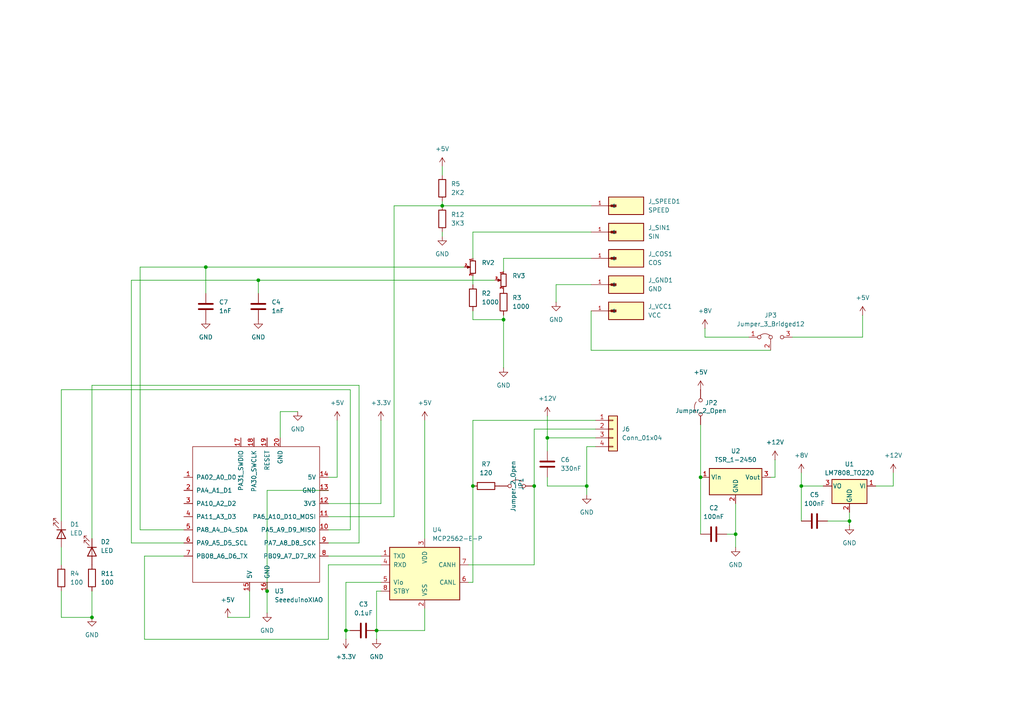
<source format=kicad_sch>
(kicad_sch (version 20250114) (generator "eeschema") (generator_version "9.0")
  (paper "A4")
  (lib_symbols
    (symbol "1267:1267" (pin_names (offset 1.016))
      (property "Reference" "J" (at -5.08 3.302 0))
      (property "Value" "1267" (at -5.08 -5.08 0))
      (symbol "1267_0_0"
        (polyline (pts (xy -5.08 0) (xy -3.175 0)) (stroke (width 0.254)))
        (rectangle (start -5.08 -2.54) (end 5.08 2.54) (stroke (width 0.254)) (fill (type background)))
        (rectangle (start -4.445 -0.3175) (end -2.8575 0.3175) (stroke (width 0.1)) (fill (type outline)))
        (pin passive line (at -10.16 0 0) (length 5.08) (name "1") (number "1"))
      )
    )
    (symbol "Connector_Generic:Conn_01x04" (pin_names (offset 1.016) (hide yes))
      (property "Reference" "J" (at 0 5.08 0))
      (property "Value" "Conn_01x04" (at 0 -7.62 0))
      (symbol "Conn_01x04_1_1"
        (rectangle (start -1.27 3.81) (end 1.27 -6.35) (stroke (width 0.254)) (fill (type background)))
        (rectangle (start -1.27 2.667) (end 0 2.413) (stroke (width 0.1524)))
        (rectangle (start -1.27 0.127) (end 0 -0.127) (stroke (width 0.1524)))
        (rectangle (start -1.27 -2.413) (end 0 -2.667) (stroke (width 0.1524)))
        (rectangle (start -1.27 -4.953) (end 0 -5.207) (stroke (width 0.1524)))
        (pin passive line (at -5.08 2.54 0) (length 3.81) (name "Pin_1") (number "1"))
        (pin passive line (at -5.08 0 0) (length 3.81) (name "Pin_2") (number "2"))
        (pin passive line (at -5.08 -2.54 0) (length 3.81) (name "Pin_3") (number "3"))
        (pin passive line (at -5.08 -5.08 0) (length 3.81) (name "Pin_4") (number "4"))
      )
    )
    (symbol "Device:C" (pin_numbers (hide yes)) (pin_names (offset 0.254))
      (property "Reference" "C" (at 0.635 2.54 0))
      (property "Value" "C" (at 0.635 -2.54 0))
      (symbol "C_0_1"
        (polyline (pts (xy -2.032 0.762) (xy 2.032 0.762)) (stroke (width 0.508)))
        (polyline (pts (xy -2.032 -0.762) (xy 2.032 -0.762)) (stroke (width 0.508)))
      )
      (symbol "C_1_1"
        (pin passive line (at 0 3.81 270) (length 2.794) (name "~") (number "1"))
        (pin passive line (at 0 -3.81 90) (length 2.794) (name "~") (number "2"))
      )
    )
    (symbol "Device:LED" (pin_numbers (hide yes)) (pin_names (offset 1.016) (hide yes))
      (property "Reference" "D" (at 0 2.54 0))
      (property "Value" "LED" (at 0 -2.54 0))
      (symbol "LED_0_1"
        (polyline (pts (xy -3.048 -0.762) (xy -4.572 -2.286) (xy -3.81 -2.286) (xy -4.572 -2.286) (xy -4.572 -1.524)))
        (polyline (pts (xy -1.778 -0.762) (xy -3.302 -2.286) (xy -2.54 -2.286) (xy -3.302 -2.286) (xy -3.302 -1.524)))
        (polyline (pts (xy -1.27 0) (xy 1.27 0)))
        (polyline (pts (xy -1.27 -1.27) (xy -1.27 1.27)) (stroke (width 0.254)))
        (polyline (pts (xy 1.27 -1.27) (xy 1.27 1.27) (xy -1.27 0) (xy 1.27 -1.27)) (stroke (width 0.254)))
      )
      (symbol "LED_1_1"
        (pin passive line (at -3.81 0 0) (length 2.54) (name "K") (number "1"))
        (pin passive line (at 3.81 0 180) (length 2.54) (name "A") (number "2"))
      )
    )
    (symbol "Device:R" (pin_numbers (hide yes)) (pin_names (offset 0))
      (property "Reference" "R" (at 2.032 0 90))
      (property "Value" "R" (at 0 0 90))
      (symbol "R_0_1"
        (rectangle (start -1.016 -2.54) (end 1.016 2.54) (stroke (width 0.254)))
      )
      (symbol "R_1_1"
        (pin passive line (at 0 3.81 270) (length 1.27) (name "~") (number "1"))
        (pin passive line (at 0 -3.81 90) (length 1.27) (name "~") (number "2"))
      )
    )
    (symbol "Device:R_Potentiometer_Small" (pin_names (offset 1.016) (hide yes))
      (property "Reference" "RV" (at -4.445 0 90))
      (property "Value" "R_Potentiometer_Small" (at -2.54 0 90))
      (symbol "R_Potentiometer_Small_0_1"
        (rectangle (start 0.762 1.8034) (end -0.762 -1.8034) (stroke (width 0.254)))
        (polyline (pts (xy 0.889 0) (xy 0.635 0) (xy 1.651 0.381) (xy 1.651 -0.381) (xy 0.635 0) (xy 0.889 0)) (fill (type outline)))
      )
      (symbol "R_Potentiometer_Small_1_1"
        (pin passive line (at 0 2.54 270) (length 0.635) (name "1") (number "1"))
        (pin passive line (at 0 -2.54 90) (length 0.635) (name "3") (number "3"))
        (pin passive line (at 2.54 0 180) (length 0.9906) (name "2") (number "2"))
      )
    )
    (symbol "Interface_CAN_LIN:MCP2562-E-P" (pin_names (offset 1.016))
      (property "Reference" "U" (at -10.16 8.89 0))
      (property "Value" "MCP2562-E-P" (at 2.54 8.89 0))
      (symbol "MCP2562-E-P_0_1"
        (rectangle (start -10.16 7.62) (end 10.16 -7.62) (stroke (width 0.254)) (fill (type background)))
      )
      (symbol "MCP2562-E-P_1_1"
        (pin input line (at -12.7 5.08 0) (length 2.54) (name "TXD") (number "1"))
        (pin output line (at -12.7 2.54 0) (length 2.54) (name "RXD") (number "4"))
        (pin power_in line (at -12.7 -2.54 0) (length 2.54) (name "Vio") (number "5"))
        (pin input line (at -12.7 -5.08 0) (length 2.54) (name "STBY") (number "8"))
        (pin power_in line (at 0 10.16 270) (length 2.54) (name "VDD") (number "3"))
        (pin power_in line (at 0 -10.16 90) (length 2.54) (name "VSS") (number "2"))
        (pin bidirectional line (at 12.7 2.54 180) (length 2.54) (name "CANH") (number "7"))
        (pin bidirectional line (at 12.7 -2.54 180) (length 2.54) (name "CANL") (number "6"))
      )
    )
    (symbol "Jumper:Jumper_2_Open" (pin_numbers (hide yes)) (pin_names (offset 0) (hide yes)) (exclude_from_sim yes)
      (property "Reference" "JP" (at 0 2.794 0))
      (property "Value" "Jumper_2_Open" (at 0 -2.286 0))
      (symbol "Jumper_2_Open_0_0"
        (circle (center -2.032 0) (radius 0.508))
        (circle (center 2.032 0) (radius 0.508))
      )
      (symbol "Jumper_2_Open_0_1"
        (arc (start -1.524 1.27) (mid 0 1.778) (end 1.524 1.27))
      )
      (symbol "Jumper_2_Open_1_1"
        (pin passive line (at -5.08 0 0) (length 2.54) (name "A") (number "1"))
        (pin passive line (at 5.08 0 180) (length 2.54) (name "B") (number "2"))
      )
    )
    (symbol "Jumper:Jumper_3_Bridged12" (pin_names (offset 0) (hide yes)) (exclude_from_sim yes) (in_bom no)
      (property "Reference" "JP" (at -2.54 -2.54 0))
      (property "Value" "Jumper_3_Bridged12" (at 0 2.794 0))
      (symbol "Jumper_3_Bridged12_0_0"
        (circle (center -3.302 0) (radius 0.508))
        (circle (center 0 0) (radius 0.508))
        (circle (center 3.302 0) (radius 0.508))
      )
      (symbol "Jumper_3_Bridged12_0_1"
        (arc (start -3.048 0.508) (mid -1.651 0.9912) (end -0.254 0.508))
        (polyline (pts (xy 0 -1.27) (xy 0 -0.508)))
      )
      (symbol "Jumper_3_Bridged12_1_1"
        (pin passive line (at -6.35 0 0) (length 2.54) (name "A") (number "1"))
        (pin passive line (at 0 -3.81 90) (length 2.54) (name "C") (number "2"))
        (pin passive line (at 6.35 0 180) (length 2.54) (name "B") (number "3"))
      )
    )
    (symbol "Regulator_Linear:LM7808_TO220" (pin_names (offset 0.254))
      (property "Reference" "U" (at -3.81 3.175 0))
      (property "Value" "LM7808_TO220" (at 0 3.175 0))
      (symbol "LM7808_TO220_0_1"
        (rectangle (start -5.08 1.905) (end 5.08 -5.08) (stroke (width 0.254)) (fill (type background)))
      )
      (symbol "LM7808_TO220_1_1"
        (pin power_in line (at -7.62 0 0) (length 2.54) (name "VI") (number "1"))
        (pin power_in line (at 0 -7.62 90) (length 2.54) (name "GND") (number "2"))
        (pin power_out line (at 7.62 0 180) (length 2.54) (name "VO") (number "3"))
      )
    )
    (symbol "Regulator_Switching:TSR_1-2450"
      (property "Reference" "U" (at -7.62 6.35 0))
      (property "Value" "TSR_1-2450" (at -1.27 6.35 0))
      (symbol "TSR_1-2450_0_1"
        (rectangle (start -7.62 5.08) (end 7.62 -2.54) (stroke (width 0.254)) (fill (type background)))
      )
      (symbol "TSR_1-2450_1_1"
        (pin power_in line (at -10.16 2.54 0) (length 2.54) (name "Vin") (number "1"))
        (pin power_in line (at 0 -5.08 90) (length 2.54) (name "GND") (number "2"))
        (pin power_out line (at 10.16 2.54 180) (length 2.54) (name "Vout") (number "3"))
      )
    )
    (symbol "Seeduino:SeeeduinoXIAO" (pin_names (offset 1.016))
      (property "Reference" "U" (at -19.05 22.86 0))
      (property "Value" "SeeeduinoXIAO" (at -12.7 21.59 0))
      (symbol "SeeeduinoXIAO_0_1"
        (rectangle (start -19.05 20.32) (end 17.78 -19.05))
      )
      (symbol "SeeeduinoXIAO_1_1"
        (pin unspecified line (at -21.59 11.43 0) (length 2.54) (name "PA02_A0_D0") (number "1"))
        (pin unspecified line (at -21.59 7.62 0) (length 2.54) (name "PA4_A1_D1") (number "2"))
        (pin unspecified line (at -21.59 3.81 0) (length 2.54) (name "PA10_A2_D2") (number "3"))
        (pin unspecified line (at -21.59 0 0) (length 2.54) (name "PA11_A3_D3") (number "4"))
        (pin unspecified line (at -21.59 -3.81 0) (length 2.54) (name "PA8_A4_D4_SDA") (number "5"))
        (pin unspecified line (at -21.59 -7.62 0) (length 2.54) (name "PA9_A5_D5_SCL") (number "6"))
        (pin unspecified line (at -21.59 -11.43 0) (length 2.54) (name "PB08_A6_D6_TX") (number "7"))
        (pin input line (at -5.08 22.86 270) (length 2.54) (name "PA31_SWDIO") (number "17"))
        (pin input line (at -2.54 -21.59 90) (length 2.54) (name "5V") (number "15"))
        (pin input line (at -1.27 22.86 270) (length 2.54) (name "PA30_SWCLK") (number "18"))
        (pin input line (at 2.54 22.86 270) (length 2.54) (name "RESET") (number "19"))
        (pin input line (at 2.54 -21.59 90) (length 2.54) (name "GND") (number "16"))
        (pin input line (at 6.35 22.86 270) (length 2.54) (name "GND") (number "20"))
        (pin unspecified line (at 20.32 11.43 180) (length 2.54) (name "5V") (number "14"))
        (pin unspecified line (at 20.32 7.62 180) (length 2.54) (name "GND") (number "13"))
        (pin unspecified line (at 20.32 3.81 180) (length 2.54) (name "3V3") (number "12"))
        (pin unspecified line (at 20.32 0 180) (length 2.54) (name "PA6_A10_D10_MOSI") (number "11"))
        (pin unspecified line (at 20.32 -3.81 180) (length 2.54) (name "PA5_A9_D9_MISO") (number "10"))
        (pin unspecified line (at 20.32 -7.62 180) (length 2.54) (name "PA7_A8_D8_SCK") (number "9"))
        (pin unspecified line (at 20.32 -11.43 180) (length 2.54) (name "PB09_A7_D7_RX") (number "8"))
      )
    )
    (symbol "power:+12V" (power) (pin_numbers (hide yes)) (pin_names (offset 0) (hide yes))
      (property "Value" "+12V" (at 0 3.556 0))
      (symbol "+12V_0_1"
        (polyline (pts (xy -0.762 1.27) (xy 0 2.54)))
        (polyline (pts (xy 0 2.54) (xy 0.762 1.27)))
        (polyline (pts (xy 0 0) (xy 0 2.54)))
      )
      (symbol "+12V_1_1"
        (pin power_in line (at 0 0 90) (length 0) (name "~") (number "1"))
      )
    )
    (symbol "power:+3.3V" (power) (pin_numbers (hide yes)) (pin_names (offset 0) (hide yes))
      (property "Value" "+3.3V" (at 0 3.556 0))
      (symbol "+3.3V_0_1"
        (polyline (pts (xy -0.762 1.27) (xy 0 2.54)))
        (polyline (pts (xy 0 2.54) (xy 0.762 1.27)))
        (polyline (pts (xy 0 0) (xy 0 2.54)))
      )
      (symbol "+3.3V_1_1"
        (pin power_in line (at 0 0 90) (length 0) (name "~") (number "1"))
      )
    )
    (symbol "power:+5V" (power) (pin_numbers (hide yes)) (pin_names (offset 0) (hide yes))
      (property "Value" "+5V" (at 0 3.556 0))
      (symbol "+5V_0_1"
        (polyline (pts (xy -0.762 1.27) (xy 0 2.54)))
        (polyline (pts (xy 0 2.54) (xy 0.762 1.27)))
        (polyline (pts (xy 0 0) (xy 0 2.54)))
      )
      (symbol "+5V_1_1"
        (pin power_in line (at 0 0 90) (length 0) (name "~") (number "1"))
      )
    )
    (symbol "power:+8V" (power) (pin_numbers (hide yes)) (pin_names (offset 0) (hide yes))
      (property "Value" "+8V" (at 0 3.556 0))
      (symbol "+8V_0_1"
        (polyline (pts (xy -0.762 1.27) (xy 0 2.54)))
        (polyline (pts (xy 0 2.54) (xy 0.762 1.27)))
        (polyline (pts (xy 0 0) (xy 0 2.54)))
      )
      (symbol "+8V_1_1"
        (pin power_in line (at 0 0 90) (length 0) (name "~") (number "1"))
      )
    )
    (symbol "power:GND" (power) (pin_numbers (hide yes)) (pin_names (offset 0) (hide yes))
      (property "Value" "GND" (at 0 -3.81 0))
      (symbol "GND_0_1"
        (polyline (pts (xy 0 0) (xy 0 -1.27) (xy 1.27 -1.27) (xy 0 -2.54) (xy -1.27 -1.27) (xy 0 -1.27)))
      )
      (symbol "GND_1_1"
        (pin power_in line (at 0 0 270) (length 0) (name "~") (number "1"))
      )
    )
  )
  (junction (at 74.93 81.28))
  (junction (at 146.05 92.71))
  (junction (at 128.27 59.69))
  (junction (at 213.36 154.94))
  (junction (at 109.22 182.88))
  (junction (at 246.38 151.13))
  (junction (at 26.67 179.07))
  (junction (at 100.33 182.88))
  (junction (at 137.16 140.97))
  (junction (at 77.47 171.45))
  (junction (at 59.69 77.47))
  (junction (at 170.18 140.97))
  (junction (at 232.41 140.97))
  (junction (at 158.75 127))
  (junction (at 154.94 140.97))
  (junction (at 203.2 138.43))
  (wire (pts (xy 41.91 185.42) (xy 95.25 185.42)))
  (wire (pts (xy 154.94 124.46) (xy 172.72 124.46)))
  (wire (pts (xy 110.49 121.92) (xy 110.49 146.05)))
  (wire (pts (xy 146.05 91.44) (xy 146.05 92.71)))
  (wire (pts (xy 137.16 90.17) (xy 137.16 92.71)))
  (wire (pts (xy 123.19 121.92) (xy 123.19 156.21)))
  (wire (pts (xy 137.16 121.92) (xy 172.72 121.92)))
  (wire (pts (xy 158.75 140.97) (xy 170.18 140.97)))
  (wire (pts (xy 95.25 138.43) (xy 97.79 138.43)))
  (wire (pts (xy 100.33 182.88) (xy 101.6 182.88)))
  (wire (pts (xy 95.25 149.86) (xy 114.3 149.86)))
  (wire (pts (xy 137.16 67.31) (xy 137.16 74.93)))
  (wire (pts (xy 246.38 151.13) (xy 246.38 152.4)))
  (wire (pts (xy 203.2 123.19) (xy 203.2 138.43)))
  (wire (pts (xy 161.29 82.55) (xy 171.45 82.55)))
  (wire (pts (xy 224.79 138.43) (xy 224.79 133.35)))
  (wire (pts (xy 158.75 138.43) (xy 158.75 140.97)))
  (wire (pts (xy 137.16 121.92) (xy 137.16 140.97)))
  (wire (pts (xy 74.93 81.28) (xy 74.93 85.09)))
  (wire (pts (xy 77.47 142.24) (xy 95.25 142.24)))
  (wire (pts (xy 171.45 67.31) (xy 137.16 67.31)))
  (wire (pts (xy 254 140.97) (xy 259.08 140.97)))
  (wire (pts (xy 154.94 124.46) (xy 154.94 140.97)))
  (wire (pts (xy 158.75 127) (xy 158.75 130.81)))
  (wire (pts (xy 109.22 182.88) (xy 109.22 185.42)))
  (wire (pts (xy 114.3 59.69) (xy 114.3 149.86)))
  (wire (pts (xy 77.47 171.45) (xy 77.47 177.8)))
  (wire (pts (xy 223.52 138.43) (xy 224.79 138.43)))
  (wire (pts (xy 81.28 119.38) (xy 86.36 119.38)))
  (wire (pts (xy 17.78 158.75) (xy 17.78 163.83)))
  (wire (pts (xy 97.79 121.92) (xy 97.79 138.43)))
  (wire (pts (xy 41.91 161.29) (xy 41.91 185.42)))
  (wire (pts (xy 171.45 101.6) (xy 223.52 101.6)))
  (wire (pts (xy 17.78 171.45) (xy 17.78 179.07)))
  (wire (pts (xy 109.22 171.45) (xy 110.49 171.45)))
  (wire (pts (xy 72.39 179.07) (xy 66.04 179.07)))
  (wire (pts (xy 128.27 67.31) (xy 128.27 68.58)))
  (wire (pts (xy 137.16 80.01) (xy 137.16 82.55)))
  (wire (pts (xy 40.64 77.47) (xy 59.69 77.47)))
  (wire (pts (xy 17.78 113.03) (xy 17.78 151.13)))
  (wire (pts (xy 41.91 161.29) (xy 53.34 161.29)))
  (wire (pts (xy 250.19 97.79) (xy 250.19 91.44)))
  (wire (pts (xy 128.27 59.69) (xy 171.45 59.69)))
  (wire (pts (xy 77.47 142.24) (xy 77.47 171.45)))
  (wire (pts (xy 137.16 92.71) (xy 146.05 92.71)))
  (wire (pts (xy 158.75 127) (xy 172.72 127)))
  (wire (pts (xy 81.28 127) (xy 81.28 119.38)))
  (wire (pts (xy 104.14 111.76) (xy 26.67 111.76)))
  (wire (pts (xy 53.34 153.67) (xy 40.64 153.67)))
  (wire (pts (xy 213.36 146.05) (xy 213.36 154.94)))
  (wire (pts (xy 100.33 168.91) (xy 110.49 168.91)))
  (wire (pts (xy 101.6 113.03) (xy 17.78 113.03)))
  (wire (pts (xy 114.3 59.69) (xy 128.27 59.69)))
  (wire (pts (xy 135.89 163.83) (xy 154.94 163.83)))
  (wire (pts (xy 128.27 48.26) (xy 128.27 50.8)))
  (wire (pts (xy 259.08 137.16) (xy 259.08 140.97)))
  (wire (pts (xy 128.27 59.69) (xy 128.27 58.42)))
  (wire (pts (xy 232.41 140.97) (xy 232.41 151.13)))
  (wire (pts (xy 100.33 168.91) (xy 100.33 182.88)))
  (wire (pts (xy 101.6 153.67) (xy 101.6 113.03)))
  (wire (pts (xy 59.69 77.47) (xy 59.69 85.09)))
  (wire (pts (xy 123.19 182.88) (xy 123.19 176.53)))
  (wire (pts (xy 170.18 129.54) (xy 170.18 140.97)))
  (wire (pts (xy 95.25 157.48) (xy 104.14 157.48)))
  (wire (pts (xy 72.39 171.45) (xy 72.39 179.07)))
  (wire (pts (xy 204.47 95.25) (xy 204.47 97.79)))
  (wire (pts (xy 104.14 157.48) (xy 104.14 111.76)))
  (wire (pts (xy 26.67 179.07) (xy 26.67 171.45)))
  (wire (pts (xy 240.03 151.13) (xy 246.38 151.13)))
  (wire (pts (xy 154.94 140.97) (xy 154.94 163.83)))
  (wire (pts (xy 246.38 148.59) (xy 246.38 151.13)))
  (wire (pts (xy 137.16 168.91) (xy 135.89 168.91)))
  (wire (pts (xy 95.25 146.05) (xy 110.49 146.05)))
  (wire (pts (xy 109.22 171.45) (xy 109.22 182.88)))
  (wire (pts (xy 40.64 77.47) (xy 40.64 153.67)))
  (wire (pts (xy 38.1 157.48) (xy 38.1 81.28)))
  (wire (pts (xy 146.05 78.74) (xy 146.05 74.93)))
  (wire (pts (xy 229.87 97.79) (xy 250.19 97.79)))
  (wire (pts (xy 137.16 140.97) (xy 137.16 168.91)))
  (wire (pts (xy 210.82 154.94) (xy 213.36 154.94)))
  (wire (pts (xy 26.67 111.76) (xy 26.67 156.21)))
  (wire (pts (xy 95.25 185.42) (xy 95.25 163.83)))
  (wire (pts (xy 95.25 153.67) (xy 101.6 153.67)))
  (wire (pts (xy 59.69 77.47) (xy 134.62 77.47)))
  (wire (pts (xy 213.36 154.94) (xy 213.36 158.75)))
  (wire (pts (xy 171.45 101.6) (xy 171.45 90.17)))
  (wire (pts (xy 38.1 81.28) (xy 74.93 81.28)))
  (wire (pts (xy 146.05 92.71) (xy 146.05 106.68)))
  (wire (pts (xy 109.22 182.88) (xy 123.19 182.88)))
  (wire (pts (xy 204.47 97.79) (xy 217.17 97.79)))
  (wire (pts (xy 232.41 140.97) (xy 238.76 140.97)))
  (wire (pts (xy 95.25 163.83) (xy 110.49 163.83)))
  (wire (pts (xy 146.05 74.93) (xy 171.45 74.93)))
  (wire (pts (xy 232.41 137.16) (xy 232.41 140.97)))
  (wire (pts (xy 172.72 129.54) (xy 170.18 129.54)))
  (wire (pts (xy 161.29 87.63) (xy 161.29 82.55)))
  (wire (pts (xy 158.75 127) (xy 158.75 120.65)))
  (wire (pts (xy 100.33 182.88) (xy 100.33 185.42)))
  (wire (pts (xy 74.93 81.28) (xy 143.51 81.28)))
  (wire (pts (xy 17.78 179.07) (xy 26.67 179.07)))
  (wire (pts (xy 95.25 161.29) (xy 110.49 161.29)))
  (wire (pts (xy 203.2 138.43) (xy 203.2 154.94)))
  (wire (pts (xy 170.18 140.97) (xy 170.18 143.51)))
  (wire (pts (xy 53.34 157.48) (xy 38.1 157.48)))
  (symbol (lib_id "Jumper:Jumper_2_Open") (at 203.2 118.11 90) (unit 1) (exclude_from_sim yes)
    (property "Reference" "JP2" (at 204.47 116.8399 90) (effects (justify right)))
    (property "Value" "Jumper_2_Open" (at 195.834 119.126 90) (effects (justify right)))
    (property "Footprint" "Connector_PinHeader_2.54mm:PinHeader_1x02_P2.54mm_Vertical" (effects (hide yes)))
    (property "Description" "Jumper, 2-pole, open" (effects (hide yes)))
  )
  (symbol (lib_id "power:GND") (at 109.22 185.42 0) (unit 1)
    (property "Reference" "#PWR016" (effects (hide yes)))
    (property "Value" "GND" (at 109.22 190.5 0))
    (property "Description" "Power symbol creates a global label with name \"GND\" , ground" (effects (hide yes)))
  )
  (symbol (lib_id "Device:R") (at 17.78 167.64 0) (unit 1)
    (property "Reference" "R4" (at 20.32 166.3699 0) (effects (justify left)))
    (property "Value" "100" (at 20.32 168.9099 0) (effects (justify left)))
    (property "Footprint" "Resistor_THT:R_Axial_DIN0204_L3.6mm_D1.6mm_P7.62mm_Horizontal" (effects (hide yes)))
    (property "Description" "Resistor" (effects (hide yes)))
  )
  (symbol (lib_id "Device:R") (at 140.97 140.97 90) (mirror x) (unit 1)
    (property "Reference" "R7" (at 140.97 134.62 90))
    (property "Value" "120" (at 140.97 137.16 90))
    (property "Footprint" "Resistor_THT:R_Axial_DIN0204_L3.6mm_D1.6mm_P7.62mm_Horizontal" (effects (hide yes)))
    (property "Description" "Resistor" (effects (hide yes)))
  )
  (symbol (lib_id "Seeduino:SeeeduinoXIAO") (at 74.93 149.86 0) (unit 1)
    (property "Reference" "U3" (at 79.6133 171.45 0) (effects (justify left)))
    (property "Value" "SeeeduinoXIAO" (at 79.6133 173.99 0) (effects (justify left)))
    (property "Footprint" "Seeeduino:Seeeduino XIAO-MOUDLE14P-2.54-21X17.8MM_1" (effects (hide yes)))
  )
  (symbol (lib_id "power:GND") (at 170.18 143.51 0) (unit 1)
    (property "Reference" "#PWR04" (effects (hide yes)))
    (property "Value" "GND" (at 170.18 148.59 0))
    (property "Description" "Power symbol creates a global label with name \"GND\" , ground" (effects (hide yes)))
  )
  (symbol (lib_id "Device:LED") (at 17.78 154.94 270) (unit 1)
    (property "Reference" "D1" (at 20.32 152.0824 90) (effects (justify left)))
    (property "Value" "LED" (at 20.32 154.6224 90) (effects (justify left)))
    (property "Footprint" "LED_THT:LED_D3.0mm" (effects (hide yes)))
    (property "Description" "Light emitting diode" (effects (hide yes)))
  )
  (symbol (lib_id "power:+12V") (at 224.79 133.35 0) (unit 1)
    (property "Reference" "#PWR09" (effects (hide yes)))
    (property "Value" "+12V" (at 224.79 128.27 0))
    (property "Description" "Power symbol creates a global label with name \"+12V\"" (effects (hide yes)))
  )
  (symbol (lib_id "power:+5V") (at 123.19 121.92 0) (unit 1)
    (property "Reference" "#PWR017" (effects (hide yes)))
    (property "Value" "+5V" (at 123.19 116.84 0))
    (property "Description" "Power symbol creates a global label with name \"+5V\"" (effects (hide yes)))
  )
  (symbol (lib_id "power:GND") (at 146.05 106.68 0) (unit 1)
    (property "Reference" "#PWR01" (effects (hide yes)))
    (property "Value" "GND" (at 146.05 111.76 0))
    (property "Description" "Power symbol creates a global label with name \"GND\" , ground" (effects (hide yes)))
  )
  (symbol (lib_id "Regulator_Linear:LM7808_TO220") (at 246.38 140.97 0) (mirror y) (unit 1)
    (property "Reference" "U1" (at 246.38 134.62 0))
    (property "Value" "LM7808_TO220" (at 246.38 137.16 0))
    (property "Footprint" "Package_TO_SOT_THT:TO-220-3_Vertical" (effects (hide yes)))
    (property "Datasheet" "https://www.onsemi.cn/PowerSolutions/document/MC7800-D.PDF" (effects (hide yes)))
    (property "Description" "Positive 1A 35V Linear Regulator, Fixed Output 8V, TO-220" (effects (hide yes)))
  )
  (symbol (lib_id "Device:C") (at 158.75 134.62 0) (unit 1)
    (property "Reference" "C6" (at 162.56 133.3499 0) (effects (justify left)))
    (property "Value" "330nF" (at 162.56 135.8899 0) (effects (justify left)))
    (property "Footprint" "Capacitor_THT:C_Disc_D6.0mm_W2.5mm_P5.00mm" (effects (hide yes)))
    (property "Description" "Unpolarized capacitor" (effects (hide yes)))
  )
  (symbol (lib_id "power:+3.3V") (at 100.33 185.42 0) (mirror x) (unit 1)
    (property "Reference" "#PWR015" (effects (hide yes)))
    (property "Value" "+3.3V" (at 100.33 190.5 0))
    (property "Description" "Power symbol creates a global label with name \"+3.3V\"" (effects (hide yes)))
  )
  (symbol (lib_id "power:GND") (at 74.93 92.71 0) (unit 1)
    (property "Reference" "#PWR022" (effects (hide yes)))
    (property "Value" "GND" (at 74.93 97.79 0))
    (property "Description" "Power symbol creates a global label with name \"GND\" , ground" (effects (hide yes)))
  )
  (symbol (lib_id "power:+12V") (at 158.75 120.65 0) (unit 1)
    (property "Reference" "#PWR013" (effects (hide yes)))
    (property "Value" "+12V" (at 158.75 115.57 0))
    (property "Description" "Power symbol creates a global label with name \"+12V\"" (effects (hide yes)))
  )
  (symbol (lib_id "power:+5V") (at 97.79 121.92 0) (unit 1)
    (property "Reference" "#PWR018" (effects (hide yes)))
    (property "Value" "+5V" (at 97.79 116.84 0))
    (property "Description" "Power symbol creates a global label with name \"+5V\"" (effects (hide yes)))
  )
  (symbol (lib_id "power:+8V") (at 204.47 95.25 0) (mirror y) (unit 1)
    (property "Reference" "#PWR019" (effects (hide yes)))
    (property "Value" "+8V" (at 204.47 90.17 0))
    (property "Description" "Power symbol creates a global label with name \"+8V\"" (effects (hide yes)))
  )
  (symbol (lib_id "Device:R_Potentiometer_Small") (at 137.16 77.47 0) (mirror y) (unit 1)
    (property "Reference" "RV2" (at 139.7 76.1999 0) (effects (justify right)))
    (property "Value" "R_Potentiometer_Small" (effects (hide yes)))
    (property "Footprint" "Potentiometer_THT:Potentiometer_Bourns_3296W_Vertical" (effects (hide yes)))
    (property "Description" "Potentiometer" (effects (hide yes)))
  )
  (symbol (lib_id "Device:C") (at 59.69 88.9 0) (unit 1)
    (property "Reference" "C7" (at 63.5 87.6299 0) (effects (justify left)))
    (property "Value" "1nF" (at 63.5 90.1699 0) (effects (justify left)))
    (property "Footprint" "Capacitor_THT:C_Disc_D6.0mm_W2.5mm_P5.00mm" (effects (hide yes)))
    (property "Description" "Unpolarized capacitor" (effects (hide yes)))
  )
  (symbol (lib_id "power:GND") (at 77.47 177.8 0) (unit 1)
    (property "Reference" "#PWR011" (effects (hide yes)))
    (property "Value" "GND" (at 77.47 182.88 0))
    (property "Description" "Power symbol creates a global label with name \"GND\" , ground" (effects (hide yes)))
  )
  (symbol (lib_id "Device:R") (at 137.16 86.36 0) (unit 1)
    (property "Reference" "R2" (at 139.7 85.0899 0) (effects (justify left)))
    (property "Value" "1000" (at 139.7 87.6299 0) (effects (justify left)))
    (property "Footprint" "Resistor_THT:R_Axial_DIN0204_L3.6mm_D1.6mm_P7.62mm_Horizontal" (effects (hide yes)))
    (property "Description" "Resistor" (effects (hide yes)))
  )
  (symbol (lib_id "Jumper:Jumper_2_Open") (at 149.86 140.97 0) (unit 1) (exclude_from_sim yes)
    (property "Reference" "JP1" (at 151.1301 142.24 90) (effects (justify left)))
    (property "Value" "Jumper_2_Open" (at 148.844 133.604 90) (effects (justify right)))
    (property "Footprint" "Connector_PinHeader_2.54mm:PinHeader_1x02_P2.54mm_Vertical" (effects (hide yes)))
    (property "Description" "Jumper, 2-pole, open" (effects (hide yes)))
  )
  (symbol (lib_id "Regulator_Switching:TSR_1-2450") (at 213.36 140.97 0) (unit 1)
    (property "Reference" "U2" (at 213.36 130.81 0))
    (property "Value" "TSR_1-2450" (at 213.36 133.35 0))
    (property "Footprint" "Converter_DCDC:Converter_DCDC_TRACO_TSR-1_THT" (effects (hide yes)))
    (property "Datasheet" "http://www.tracopower.com/products/tsr1.pdf" (effects (hide yes)))
    (property "Description" "1A step-down regulator module, fixed 5V output voltage, 5-36V input voltage, -40°C to +85°C temperature range, TO-220 compatible LM78xx replacement" (effects (hide yes)))
  )
  (symbol (lib_id "1267:1267") (at 181.61 59.69 0) (unit 1)
    (property "Reference" "J_SPEED1" (at 187.96 58.4199 0) (effects (justify left)))
    (property "Value" "SPEED" (at 187.96 60.9599 0) (effects (justify left)))
    (property "Footprint" "Custom:KEYSTONE_1267" (effects (hide yes)))
    (property "PARTREV" "D" (effects (hide yes)))
    (property "SNAPEDA_PN" "1267" (effects (hide yes)))
    (property "MANUFACTURER" "Keystone" (effects (hide yes)))
    (property "MAXIMUM_PACKAGE_HEIGHT" "14.02mm" (effects (hide yes)))
    (property "STANDARD" "Manufacturer Recommendations" (effects (hide yes)))
  )
  (symbol (lib_id "Device:R") (at 26.67 167.64 0) (unit 1)
    (property "Reference" "R11" (at 29.21 166.3699 0) (effects (justify left)))
    (property "Value" "100" (at 29.21 168.9099 0) (effects (justify left)))
    (property "Footprint" "Resistor_THT:R_Axial_DIN0204_L3.6mm_D1.6mm_P7.62mm_Horizontal" (effects (hide yes)))
    (property "Description" "Resistor" (effects (hide yes)))
  )
  (symbol (lib_id "1267:1267") (at 181.61 67.31 0) (unit 1)
    (property "Reference" "J_SIN1" (at 187.96 66.0399 0) (effects (justify left)))
    (property "Value" "SIN" (at 187.96 68.5799 0) (effects (justify left)))
    (property "Footprint" "Custom:KEYSTONE_1267" (effects (hide yes)))
    (property "PARTREV" "D" (effects (hide yes)))
    (property "SNAPEDA_PN" "1267" (effects (hide yes)))
    (property "MANUFACTURER" "Keystone" (effects (hide yes)))
    (property "MAXIMUM_PACKAGE_HEIGHT" "14.02mm" (effects (hide yes)))
    (property "STANDARD" "Manufacturer Recommendations" (effects (hide yes)))
  )
  (symbol (lib_id "power:+3.3V") (at 110.49 121.92 0) (unit 1)
    (property "Reference" "#PWR014" (effects (hide yes)))
    (property "Value" "+3.3V" (at 110.49 116.84 0))
    (property "Description" "Power symbol creates a global label with name \"+3.3V\"" (effects (hide yes)))
  )
  (symbol (lib_id "Jumper:Jumper_3_Bridged12") (at 223.52 97.79 0) (unit 1) (exclude_from_sim yes) (in_bom no)
    (property "Reference" "JP3" (at 223.52 91.44 0))
    (property "Value" "Jumper_3_Bridged12" (at 223.52 93.98 0))
    (property "Footprint" "Connector_PinHeader_2.54mm:PinHeader_1x03_P2.54mm_Vertical" (effects (hide yes)))
    (property "Description" "Jumper, 3-pole, pins 1+2 closed/bridged" (effects (hide yes)))
  )
  (symbol (lib_id "power:+8V") (at 232.41 137.16 0) (unit 1)
    (property "Reference" "#PWR05" (effects (hide yes)))
    (property "Value" "+8V" (at 232.41 132.08 0))
    (property "Description" "Power symbol creates a global label with name \"+8V\"" (effects (hide yes)))
  )
  (symbol (lib_id "Device:C") (at 74.93 88.9 0) (unit 1)
    (property "Reference" "C4" (at 78.74 87.6299 0) (effects (justify left)))
    (property "Value" "1nF" (at 78.74 90.1699 0) (effects (justify left)))
    (property "Footprint" "Capacitor_THT:C_Disc_D6.0mm_W2.5mm_P5.00mm" (effects (hide yes)))
    (property "Description" "Unpolarized capacitor" (effects (hide yes)))
  )
  (symbol (lib_id "Device:C") (at 236.22 151.13 270) (unit 1)
    (property "Reference" "C5" (at 236.22 143.51 90))
    (property "Value" "100nF" (at 236.22 146.05 90))
    (property "Footprint" "Capacitor_THT:C_Disc_D6.0mm_W2.5mm_P5.00mm" (effects (hide yes)))
    (property "Description" "Unpolarized capacitor" (effects (hide yes)))
  )
  (symbol (lib_id "Device:R") (at 128.27 63.5 0) (unit 1)
    (property "Reference" "R12" (at 130.81 62.2299 0) (effects (justify left)))
    (property "Value" "3K3" (at 130.81 64.7699 0) (effects (justify left)))
    (property "Footprint" "Resistor_THT:R_Axial_DIN0204_L3.6mm_D1.6mm_P7.62mm_Horizontal" (effects (hide yes)))
    (property "Description" "Resistor" (effects (hide yes)))
  )
  (symbol (lib_id "power:+12V") (at 259.08 137.16 0) (unit 1)
    (property "Reference" "#PWR03" (effects (hide yes)))
    (property "Value" "+12V" (at 259.08 132.08 0))
    (property "Description" "Power symbol creates a global label with name \"+12V\"" (effects (hide yes)))
  )
  (symbol (lib_id "Device:LED") (at 26.67 160.02 270) (unit 1)
    (property "Reference" "D2" (at 29.21 157.1624 90) (effects (justify left)))
    (property "Value" "LED" (at 29.21 159.7024 90) (effects (justify left)))
    (property "Footprint" "LED_THT:LED_D3.0mm" (effects (hide yes)))
    (property "Description" "Light emitting diode" (effects (hide yes)))
  )
  (symbol (lib_id "Device:R") (at 146.05 87.63 0) (unit 1)
    (property "Reference" "R3" (at 148.59 86.3599 0) (effects (justify left)))
    (property "Value" "1000" (at 148.59 88.8999 0) (effects (justify left)))
    (property "Footprint" "Resistor_THT:R_Axial_DIN0204_L3.6mm_D1.6mm_P7.62mm_Horizontal" (effects (hide yes)))
    (property "Description" "Resistor" (effects (hide yes)))
  )
  (symbol (lib_id "Connector_Generic:Conn_01x04") (at 177.8 124.46 0) (unit 1)
    (property "Reference" "J6" (at 180.34 124.4599 0) (effects (justify left)))
    (property "Value" "Conn_01x04" (at 180.34 126.9999 0) (effects (justify left)))
    (property "Footprint" "Connector_JST:JST_EH_B4B-EH-A_1x04_P2.50mm_Vertical" (effects (hide yes)))
    (property "Description" "Generic connector, single row, 01x04, script generated (kicad-library-utils/schlib/autogen/connector/)" (effects (hide yes)))
  )
  (symbol (lib_id "power:GND") (at 128.27 68.58 0) (unit 1)
    (property "Reference" "#PWR026" (effects (hide yes)))
    (property "Value" "GND" (at 128.27 73.66 0))
    (property "Description" "Power symbol creates a global label with name \"GND\" , ground" (effects (hide yes)))
  )
  (symbol (lib_id "power:GND") (at 213.36 158.75 0) (unit 1)
    (property "Reference" "#PWR06" (effects (hide yes)))
    (property "Value" "GND" (at 213.36 163.83 0))
    (property "Description" "Power symbol creates a global label with name \"GND\" , ground" (effects (hide yes)))
  )
  (symbol (lib_id "Device:R") (at 128.27 54.61 0) (unit 1)
    (property "Reference" "R5" (at 130.81 53.3399 0) (effects (justify left)))
    (property "Value" "2K2" (at 130.81 55.8799 0) (effects (justify left)))
    (property "Footprint" "Resistor_THT:R_Axial_DIN0204_L3.6mm_D1.6mm_P7.62mm_Horizontal" (effects (hide yes)))
    (property "Description" "Resistor" (effects (hide yes)))
  )
  (symbol (lib_id "power:+5V") (at 128.27 48.26 0) (unit 1)
    (property "Reference" "#PWR028" (effects (hide yes)))
    (property "Value" "+5V" (at 128.27 43.18 0))
    (property "Description" "Power symbol creates a global label with name \"+5V\"" (effects (hide yes)))
  )
  (symbol (lib_id "power:GND") (at 26.67 179.07 0) (unit 1)
    (property "Reference" "#PWR021" (effects (hide yes)))
    (property "Value" "GND" (at 26.67 184.15 0))
    (property "Description" "Power symbol creates a global label with name \"GND\" , ground" (effects (hide yes)))
  )
  (symbol (lib_id "Device:C") (at 207.01 154.94 270) (unit 1)
    (property "Reference" "C2" (at 207.01 147.32 90))
    (property "Value" "100nF" (at 207.01 149.86 90))
    (property "Footprint" "Capacitor_THT:C_Disc_D6.0mm_W2.5mm_P5.00mm" (effects (hide yes)))
    (property "Description" "Unpolarized capacitor" (effects (hide yes)))
  )
  (symbol (lib_id "power:GND") (at 161.29 87.63 0) (unit 1)
    (property "Reference" "#PWR08" (effects (hide yes)))
    (property "Value" "GND" (at 161.29 92.71 0))
    (property "Description" "Power symbol creates a global label with name \"GND\" , ground" (effects (hide yes)))
  )
  (symbol (lib_id "1267:1267") (at 181.61 74.93 0) (unit 1)
    (property "Reference" "J_COS1" (at 187.96 73.6599 0) (effects (justify left)))
    (property "Value" "COS" (at 187.96 76.1999 0) (effects (justify left)))
    (property "Footprint" "Custom:KEYSTONE_1267" (effects (hide yes)))
    (property "PARTREV" "D" (effects (hide yes)))
    (property "SNAPEDA_PN" "1267" (effects (hide yes)))
    (property "MANUFACTURER" "Keystone" (effects (hide yes)))
    (property "MAXIMUM_PACKAGE_HEIGHT" "14.02mm" (effects (hide yes)))
    (property "STANDARD" "Manufacturer Recommendations" (effects (hide yes)))
  )
  (symbol (lib_id "power:GND") (at 86.36 119.38 0) (unit 1)
    (property "Reference" "#PWR027" (effects (hide yes)))
    (property "Value" "GND" (at 86.36 124.46 0))
    (property "Description" "Power symbol creates a global label with name \"GND\" , ground" (effects (hide yes)))
  )
  (symbol (lib_id "1267:1267") (at 181.61 90.17 0) (unit 1)
    (property "Reference" "J_VCC1" (at 187.96 88.8999 0) (effects (justify left)))
    (property "Value" "VCC" (at 187.96 91.4399 0) (effects (justify left)))
    (property "Footprint" "Custom:KEYSTONE_1267" (effects (hide yes)))
    (property "PARTREV" "D" (effects (hide yes)))
    (property "SNAPEDA_PN" "1267" (effects (hide yes)))
    (property "MANUFACTURER" "Keystone" (effects (hide yes)))
    (property "MAXIMUM_PACKAGE_HEIGHT" "14.02mm" (effects (hide yes)))
    (property "STANDARD" "Manufacturer Recommendations" (effects (hide yes)))
  )
  (symbol (lib_id "power:+5V") (at 250.19 91.44 0) (unit 1)
    (property "Reference" "#PWR020" (effects (hide yes)))
    (property "Value" "+5V" (at 250.19 86.36 0))
    (property "Description" "Power symbol creates a global label with name \"+5V\"" (effects (hide yes)))
  )
  (symbol (lib_id "power:GND") (at 246.38 152.4 0) (unit 1)
    (property "Reference" "#PWR012" (effects (hide yes)))
    (property "Value" "GND" (at 246.38 157.48 0))
    (property "Description" "Power symbol creates a global label with name \"GND\" , ground" (effects (hide yes)))
  )
  (symbol (lib_id "power:GND") (at 59.69 92.71 0) (unit 1)
    (property "Reference" "#PWR010" (effects (hide yes)))
    (property "Value" "GND" (at 59.69 97.79 0))
    (property "Description" "Power symbol creates a global label with name \"GND\" , ground" (effects (hide yes)))
  )
  (symbol (lib_id "Interface_CAN_LIN:MCP2562-E-P") (at 123.19 166.37 0) (unit 1)
    (property "Reference" "U4" (at 125.3841 153.67 0) (effects (justify left)))
    (property "Value" "MCP2562-E-P" (at 125.3841 156.21 0) (effects (justify left)))
    (property "Footprint" "Package_DIP:DIP-8_W7.62mm" (effects (hide yes)))
    (property "Datasheet" "http://ww1.microchip.com/downloads/en/DeviceDoc/25167A.pdf" (effects (hide yes)))
    (property "Description" "High-Speed CAN Transceiver, 1Mbps, 5V supply, Vio pin, -40C to +125C, DIP-8" (effects (hide yes)))
  )
  (symbol (lib_id "power:+5V") (at 203.2 113.03 0) (unit 1)
    (property "Reference" "#PWR02" (effects (hide yes)))
    (property "Value" "+5V" (at 203.2 107.95 0))
    (property "Description" "Power symbol creates a global label with name \"+5V\"" (effects (hide yes)))
  )
  (symbol (lib_id "Device:R_Potentiometer_Small") (at 146.05 81.28 0) (mirror y) (unit 1)
    (property "Reference" "RV3" (at 148.59 80.0099 0) (effects (justify right)))
    (property "Value" "R_Potentiometer_Small" (effects (hide yes)))
    (property "Footprint" "Potentiometer_THT:Potentiometer_Bourns_3296W_Vertical" (effects (hide yes)))
    (property "Description" "Potentiometer" (effects (hide yes)))
  )
  (symbol (lib_id "Device:C") (at 105.41 182.88 90) (unit 1)
    (property "Reference" "C3" (at 105.41 175.26 90))
    (property "Value" "0.1uF" (at 105.41 177.8 90))
    (property "Footprint" "Capacitor_THT:C_Disc_D6.0mm_W2.5mm_P5.00mm" (effects (hide yes)))
    (property "Description" "Unpolarized capacitor" (effects (hide yes)))
  )
  (symbol (lib_id "power:+5V") (at 66.04 179.07 0) (unit 1)
    (property "Reference" "#PWR07" (effects (hide yes)))
    (property "Value" "+5V" (at 66.04 173.99 0))
    (property "Description" "Power symbol creates a global label with name \"+5V\"" (effects (hide yes)))
  )
  (symbol (lib_id "1267:1267") (at 181.61 82.55 0) (unit 1)
    (property "Reference" "J_GND1" (at 187.96 81.2799 0) (effects (justify left)))
    (property "Value" "GND" (at 187.96 83.8199 0) (effects (justify left)))
    (property "Footprint" "Custom:KEYSTONE_1267" (effects (hide yes)))
    (property "PARTREV" "D" (effects (hide yes)))
    (property "SNAPEDA_PN" "1267" (effects (hide yes)))
    (property "MANUFACTURER" "Keystone" (effects (hide yes)))
    (property "MAXIMUM_PACKAGE_HEIGHT" "14.02mm" (effects (hide yes)))
    (property "STANDARD" "Manufacturer Recommendations" (effects (hide yes)))
  )
)
</source>
